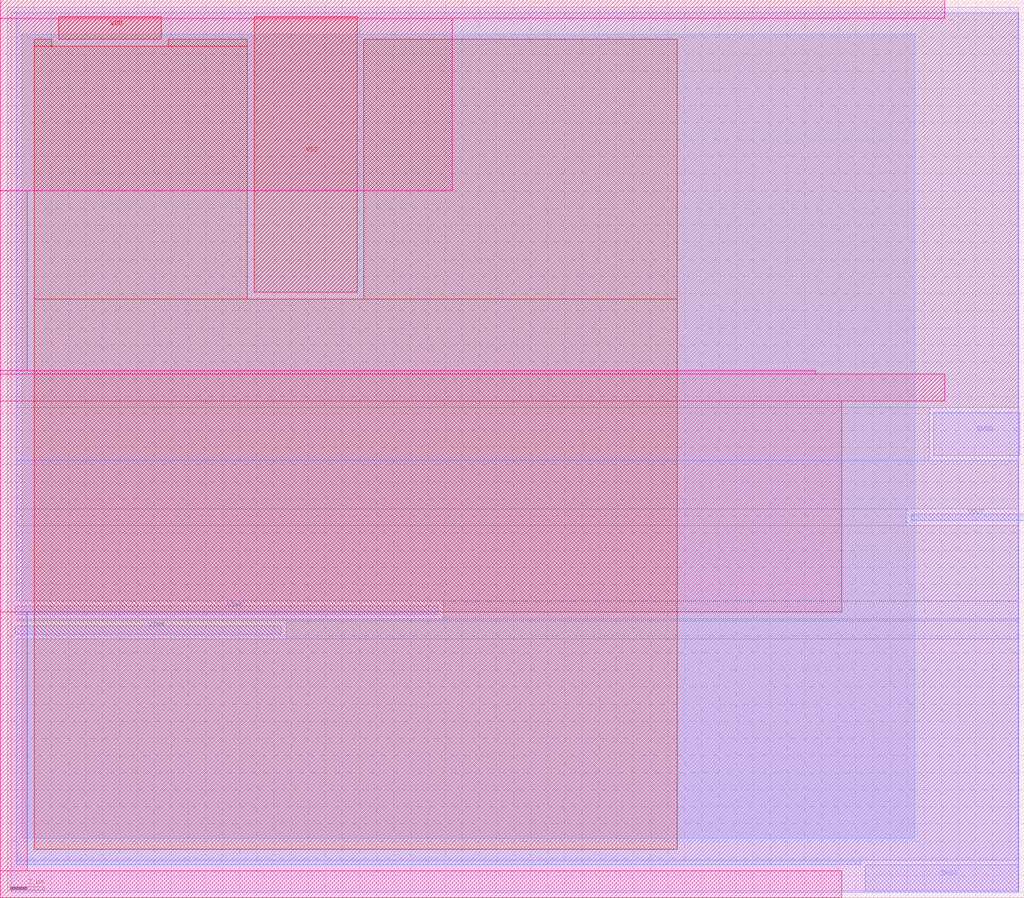
<source format=lef>
VERSION 5.7 ;
  NOWIREEXTENSIONATPIN ON ;
  DIVIDERCHAR "/" ;
  BUSBITCHARS "[]" ;
MACRO comparator_top
  CLASS BLOCK ;
  FOREIGN sky130_ef_ip__ccomp3v ;
  ORIGIN 1.000 1.325 ;
  SIZE 59.825 BY 52.495 ;
  PIN VINM
    PORT
      LAYER met2 ;
        RECT -0.120 14.085 15.430 14.585 ;
    END
  END VINM
  PIN VINP
    PORT
      LAYER met2 ;
        RECT -0.120 15.260 24.595 15.760 ;
    END
  END VINP
  PIN VDD
    PORT
      LAYER met4 ;
        RECT 2.425 48.875 8.425 50.180 ;
    END
  END VDD
  PIN VSS
    PORT
      LAYER met4 ;
        RECT 13.850 34.080 19.850 50.180 ;
    END
  END VSS
  PIN VOUT
    PORT
      LAYER met2 ;
        RECT 52.220 20.740 58.825 21.135 ;
    END
  END VOUT
  PIN DVDD
    PORT
      LAYER met2 ;
        RECT 53.555 24.525 58.560 27.050 ;
    END
  END DVDD
  PIN DVSS
    PORT
      LAYER met2 ;
        RECT 49.550 -0.980 58.490 0.605 ;
    END
  END DVSS
  OBS
      LAYER nwell ;
        RECT -1.000 50.085 54.180 51.170 ;
        RECT -1.000 40.025 25.420 50.085 ;
        RECT -1.000 29.495 0.575 40.025 ;
        RECT -1.000 29.290 46.655 29.495 ;
        RECT -1.000 27.715 54.180 29.290 ;
        RECT -1.000 15.405 48.180 27.715 ;
        RECT -1.000 0.250 0.575 15.405 ;
        RECT -1.000 -1.325 48.180 0.250 ;
      LAYER li1 ;
        RECT -0.570 -0.895 58.475 50.740 ;
      LAYER met1 ;
        RECT -0.360 -0.980 58.505 50.425 ;
      LAYER met2 ;
        RECT -0.050 27.330 58.490 50.425 ;
        RECT -0.050 24.245 53.275 27.330 ;
        RECT -0.050 21.415 58.490 24.245 ;
        RECT -0.050 20.460 51.940 21.415 ;
        RECT -0.050 16.040 58.490 20.460 ;
        RECT 24.875 14.980 58.490 16.040 ;
        RECT -0.050 14.865 58.490 14.980 ;
        RECT 15.710 13.805 58.490 14.865 ;
        RECT -0.050 0.885 58.490 13.805 ;
        RECT -0.050 0.605 49.270 0.885 ;
      LAYER met3 ;
        RECT 0.270 2.160 52.450 49.175 ;
      LAYER met4 ;
        RECT 1.000 48.475 2.025 48.875 ;
        RECT 8.825 48.475 13.450 48.875 ;
        RECT 1.000 33.680 13.450 48.475 ;
        RECT 20.250 33.680 38.575 48.875 ;
        RECT 1.000 1.520 38.575 33.680 ;
  END
END comparator_top
END LIBRARY


</source>
